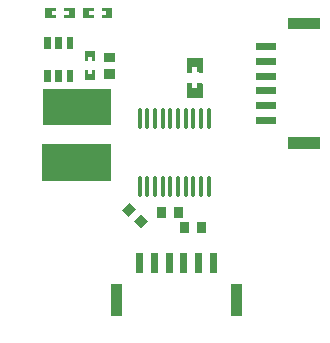
<source format=gbp>
G04 Layer: BottomPasteMaskLayer*
G04 EasyEDA v6.4.20.6, 2021-08-14T17:17:54+08:00*
G04 75774476de7741c18b808344251b3932,34bb6763e28e4bbdb854ef51fa08daf4,10*
G04 Gerber Generator version 0.2*
G04 Scale: 100 percent, Rotated: No, Reflected: No *
G04 Dimensions in millimeters *
G04 leading zeros omitted , absolute positions ,4 integer and 5 decimal *
%FSLAX45Y45*%
%MOMM*%

%ADD31C,0.3640*%
%ADD37R,5.8200X3.1240*%

%LPD*%
G36*
X835710Y-1788312D02*
G01*
X830681Y-1793290D01*
X830681Y-1908302D01*
X835710Y-1913280D01*
X876706Y-1913788D01*
X876706Y-1868779D01*
X921715Y-1868779D01*
X921715Y-1912823D01*
X963676Y-1913280D01*
X968705Y-1908302D01*
X968705Y-1793290D01*
X963676Y-1788312D01*
G37*
G36*
X835710Y-2003298D02*
G01*
X830681Y-2008276D01*
X830681Y-2123287D01*
X835710Y-2128316D01*
X963676Y-2128316D01*
X968705Y-2123287D01*
X968705Y-2008276D01*
X963676Y-2003298D01*
X921715Y-2003298D01*
X921715Y-2047798D01*
X876706Y-2047798D01*
X876706Y-2003806D01*
G37*
G36*
X-27279Y-1888693D02*
G01*
X-32308Y-1893722D01*
X-32308Y-1973681D01*
X-27279Y-1978710D01*
X52679Y-1978710D01*
X57708Y-1973681D01*
X57708Y-1893722D01*
X52679Y-1888693D01*
X28498Y-1888693D01*
X28498Y-1925726D01*
X-4521Y-1925726D01*
X-4521Y-1888693D01*
G37*
G36*
X-27279Y-1729689D02*
G01*
X-32308Y-1734718D01*
X-32308Y-1813712D01*
X-27279Y-1818690D01*
X-4521Y-1818690D01*
X-4521Y-1780692D01*
X28498Y-1780692D01*
X28498Y-1818690D01*
X52679Y-1818690D01*
X57708Y-1813712D01*
X57708Y-1734718D01*
X52679Y-1729689D01*
G37*
G36*
X-360781Y-1364691D02*
G01*
X-365810Y-1369720D01*
X-365810Y-1449679D01*
X-360781Y-1454708D01*
X-280822Y-1454708D01*
X-275793Y-1449679D01*
X-275793Y-1425498D01*
X-312826Y-1425498D01*
X-312826Y-1392478D01*
X-275793Y-1392478D01*
X-275793Y-1369720D01*
X-280822Y-1364691D01*
G37*
G36*
X-200812Y-1364691D02*
G01*
X-205790Y-1369720D01*
X-205790Y-1392478D01*
X-167792Y-1392478D01*
X-167792Y-1425498D01*
X-205790Y-1425498D01*
X-205790Y-1449679D01*
X-200812Y-1454708D01*
X-121818Y-1454708D01*
X-116789Y-1449679D01*
X-116789Y-1369720D01*
X-121818Y-1364691D01*
G37*
G36*
X-43281Y-1364691D02*
G01*
X-48310Y-1369720D01*
X-48310Y-1449679D01*
X-43281Y-1454708D01*
X36677Y-1454708D01*
X41706Y-1449679D01*
X41706Y-1425498D01*
X4673Y-1425498D01*
X4673Y-1392478D01*
X41706Y-1392478D01*
X41706Y-1369720D01*
X36677Y-1364691D01*
G37*
G36*
X116687Y-1364691D02*
G01*
X111709Y-1369720D01*
X111709Y-1392478D01*
X149707Y-1392478D01*
X149707Y-1425498D01*
X111709Y-1425498D01*
X111709Y-1449679D01*
X116687Y-1454708D01*
X195681Y-1454708D01*
X200710Y-1449679D01*
X200710Y-1369720D01*
X195681Y-1364691D01*
G37*
D31*
X431393Y-2372603D02*
G01*
X431393Y-2234803D01*
X496392Y-2372603D02*
G01*
X496392Y-2234803D01*
X561390Y-2372603D02*
G01*
X561390Y-2234803D01*
X626389Y-2372603D02*
G01*
X626389Y-2234803D01*
X691413Y-2372603D02*
G01*
X691413Y-2234803D01*
X756412Y-2372603D02*
G01*
X756412Y-2234803D01*
X821410Y-2372603D02*
G01*
X821410Y-2234803D01*
X886409Y-2372603D02*
G01*
X886409Y-2234803D01*
X951407Y-2372603D02*
G01*
X951407Y-2234803D01*
X1016406Y-2372603D02*
G01*
X1016406Y-2234803D01*
X431393Y-2946796D02*
G01*
X431393Y-2808996D01*
X496392Y-2946796D02*
G01*
X496392Y-2808996D01*
X561390Y-2946796D02*
G01*
X561390Y-2808996D01*
X626389Y-2946796D02*
G01*
X626389Y-2808996D01*
X691413Y-2946796D02*
G01*
X691413Y-2808996D01*
X756412Y-2946796D02*
G01*
X756412Y-2808996D01*
X821410Y-2946796D02*
G01*
X821410Y-2808996D01*
X886409Y-2946796D02*
G01*
X886409Y-2808996D01*
X951407Y-2946796D02*
G01*
X951407Y-2808996D01*
X1016406Y-2946796D02*
G01*
X1016406Y-2808996D01*
G36*
X1419989Y-1788553D02*
G01*
X1419989Y-1848497D01*
X1590169Y-1848497D01*
X1590169Y-1788553D01*
G37*
G36*
X1419989Y-1663626D02*
G01*
X1419989Y-1723570D01*
X1590169Y-1723570D01*
X1590169Y-1663626D01*
G37*
G36*
X1690098Y-2463284D02*
G01*
X1690098Y-2563360D01*
X1960100Y-2563360D01*
X1960100Y-2463284D01*
G37*
G36*
X1690098Y-1448562D02*
G01*
X1690098Y-1548637D01*
X1960100Y-1548637D01*
X1960100Y-1448562D01*
G37*
G36*
X1419989Y-1913534D02*
G01*
X1419989Y-1973478D01*
X1590169Y-1973478D01*
X1590169Y-1913534D01*
G37*
G36*
X1419989Y-2038520D02*
G01*
X1419989Y-2098464D01*
X1590169Y-2098464D01*
X1590169Y-2038520D01*
G37*
G36*
X1419992Y-2163498D02*
G01*
X1419992Y-2223442D01*
X1590172Y-2223442D01*
X1590172Y-2163498D01*
G37*
G36*
X1419992Y-2288476D02*
G01*
X1419992Y-2348420D01*
X1590172Y-2348420D01*
X1590172Y-2288476D01*
G37*
G36*
X-376504Y-1893402D02*
G01*
X-376504Y-1993402D01*
X-321503Y-1993402D01*
X-321503Y-1893402D01*
G37*
G36*
X-281508Y-1893402D02*
G01*
X-281508Y-1993402D01*
X-226507Y-1993402D01*
X-226507Y-1893402D01*
G37*
G36*
X-186512Y-1893402D02*
G01*
X-186512Y-1993402D01*
X-131511Y-1993402D01*
X-131511Y-1893402D01*
G37*
G36*
X-186512Y-1613392D02*
G01*
X-186512Y-1713392D01*
X-131511Y-1713392D01*
X-131511Y-1613392D01*
G37*
G36*
X-281508Y-1613392D02*
G01*
X-281508Y-1713392D01*
X-226507Y-1713392D01*
X-226507Y-1613392D01*
G37*
G36*
X-376504Y-1613392D02*
G01*
X-376504Y-1713392D01*
X-321503Y-1713392D01*
X-321503Y-1613392D01*
G37*
D37*
G01*
X-101597Y-2203353D03*
G36*
X-392597Y-2517269D02*
G01*
X189402Y-2517269D01*
X189402Y-2829669D01*
X-392597Y-2829669D01*
G37*
G36*
X659000Y-3055000D02*
G01*
X579000Y-3055000D01*
X579000Y-3145002D01*
X659000Y-3145002D01*
G37*
G36*
X799000Y-3055000D02*
G01*
X719000Y-3055000D01*
X719000Y-3145002D01*
X799000Y-3145002D01*
G37*
G36*
X854001Y-3180798D02*
G01*
X774001Y-3180798D01*
X774001Y-3270801D01*
X854001Y-3270801D01*
G37*
G36*
X994001Y-3180798D02*
G01*
X914001Y-3180798D01*
X914001Y-3270801D01*
X994001Y-3270801D01*
G37*
G36*
X961445Y-3437889D02*
G01*
X901501Y-3437889D01*
X901501Y-3608070D01*
X961445Y-3608070D01*
G37*
G36*
X1086373Y-3437889D02*
G01*
X1026429Y-3437889D01*
X1026429Y-3608070D01*
X1086373Y-3608070D01*
G37*
G36*
X286715Y-3707998D02*
G01*
X186639Y-3707998D01*
X186639Y-3978000D01*
X286715Y-3978000D01*
G37*
G36*
X1301437Y-3707998D02*
G01*
X1201361Y-3707998D01*
X1201361Y-3978000D01*
X1301437Y-3978000D01*
G37*
G36*
X836465Y-3437889D02*
G01*
X776521Y-3437889D01*
X776521Y-3608070D01*
X836465Y-3608070D01*
G37*
G36*
X711479Y-3437889D02*
G01*
X651535Y-3437889D01*
X651535Y-3608070D01*
X711479Y-3608070D01*
G37*
G36*
X586501Y-3437892D02*
G01*
X526557Y-3437892D01*
X526557Y-3608072D01*
X586501Y-3608072D01*
G37*
G36*
X461523Y-3437892D02*
G01*
X401579Y-3437892D01*
X401579Y-3608072D01*
X461523Y-3608072D01*
G37*
G36*
X404307Y-3071167D02*
G01*
X347738Y-3014598D01*
X284098Y-3078238D01*
X340667Y-3134807D01*
G37*
G36*
X503301Y-3170161D02*
G01*
X446732Y-3113592D01*
X383092Y-3177232D01*
X439661Y-3233801D01*
G37*
G36*
X132798Y-1884199D02*
G01*
X132798Y-1964199D01*
X222801Y-1964199D01*
X222801Y-1884199D01*
G37*
G36*
X132798Y-1744200D02*
G01*
X132798Y-1824200D01*
X222801Y-1824200D01*
X222801Y-1744200D01*
G37*
M02*

</source>
